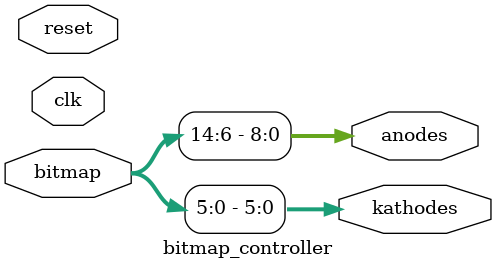
<source format=v>
`timescale 1ns / 1ps
`default_nettype none



module bitmap_controller(
    input wire clk,
    input wire reset,
    input wire [14:0] bitmap,
    
    output wire [5:0] kathodes,
    output wire [8:0] anodes
    );
    
    assign kathodes = bitmap[5:0];
    assign anodes = bitmap[14:6];
    
endmodule

</source>
